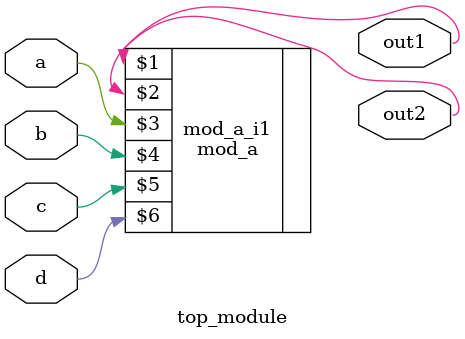
<source format=v>
module top_module ( 
    input a, 
    input b, 
    input c,
    input d,
    output out1,
    output out2
);

// Connect by position

  mod_a mod_a_i1 (out1, out2, a, b, c, d);

endmodule

</source>
